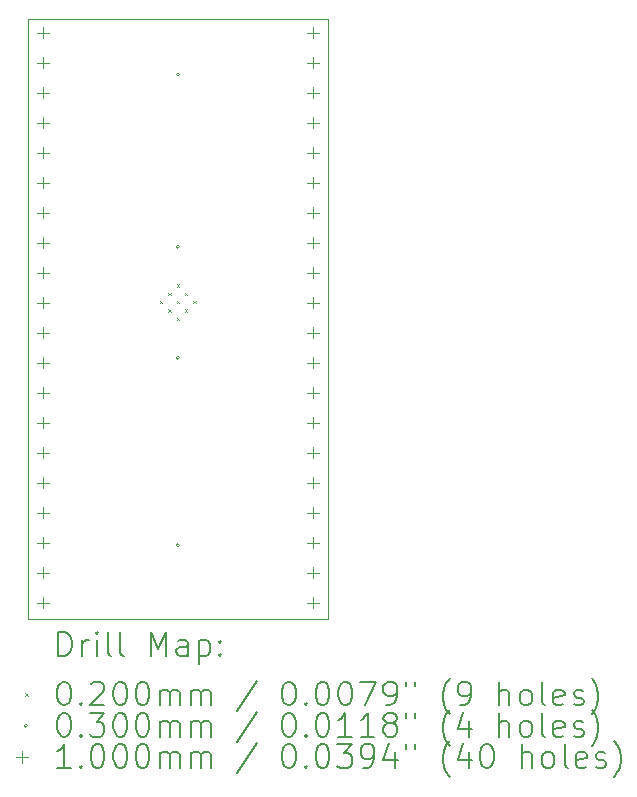
<source format=gbr>
%TF.GenerationSoftware,KiCad,Pcbnew,9.0.6*%
%TF.CreationDate,2026-01-08T15:28:11-06:00*%
%TF.ProjectId,QFN-36_6x6_P0.5,51464e2d-3336-45f3-9678-365f50302e35,rev?*%
%TF.SameCoordinates,Original*%
%TF.FileFunction,Drillmap*%
%TF.FilePolarity,Positive*%
%FSLAX45Y45*%
G04 Gerber Fmt 4.5, Leading zero omitted, Abs format (unit mm)*
G04 Created by KiCad (PCBNEW 9.0.6) date 2026-01-08 15:28:11*
%MOMM*%
%LPD*%
G01*
G04 APERTURE LIST*
%ADD10C,0.050000*%
%ADD11C,0.200000*%
%ADD12C,0.100000*%
G04 APERTURE END LIST*
D10*
X9017000Y-8900442D02*
X11557000Y-8900442D01*
X11557000Y-13980442D01*
X9017000Y-13980442D01*
X9017000Y-8900442D01*
D11*
D12*
X10135579Y-11290742D02*
X10155579Y-11310742D01*
X10155579Y-11290742D02*
X10135579Y-11310742D01*
X10206289Y-11220032D02*
X10226289Y-11240032D01*
X10226289Y-11220032D02*
X10206289Y-11240032D01*
X10206289Y-11361453D02*
X10226289Y-11381453D01*
X10226289Y-11361453D02*
X10206289Y-11381453D01*
X10277000Y-11149321D02*
X10297000Y-11169321D01*
X10297000Y-11149321D02*
X10277000Y-11169321D01*
X10277000Y-11290742D02*
X10297000Y-11310742D01*
X10297000Y-11290742D02*
X10277000Y-11310742D01*
X10277000Y-11432164D02*
X10297000Y-11452164D01*
X10297000Y-11432164D02*
X10277000Y-11452164D01*
X10347711Y-11220032D02*
X10367711Y-11240032D01*
X10367711Y-11220032D02*
X10347711Y-11240032D01*
X10347711Y-11361453D02*
X10367711Y-11381453D01*
X10367711Y-11361453D02*
X10347711Y-11381453D01*
X10418421Y-11290742D02*
X10438421Y-11310742D01*
X10438421Y-11290742D02*
X10418421Y-11310742D01*
X10302000Y-9372600D02*
G75*
G02*
X10272000Y-9372600I-15000J0D01*
G01*
X10272000Y-9372600D02*
G75*
G02*
X10302000Y-9372600I15000J0D01*
G01*
X10302000Y-10830842D02*
G75*
G02*
X10272000Y-10830842I-15000J0D01*
G01*
X10272000Y-10830842D02*
G75*
G02*
X10302000Y-10830842I15000J0D01*
G01*
X10302000Y-11770642D02*
G75*
G02*
X10272000Y-11770642I-15000J0D01*
G01*
X10272000Y-11770642D02*
G75*
G02*
X10302000Y-11770642I15000J0D01*
G01*
X10302000Y-13358142D02*
G75*
G02*
X10272000Y-13358142I-15000J0D01*
G01*
X10272000Y-13358142D02*
G75*
G02*
X10302000Y-13358142I15000J0D01*
G01*
X9144000Y-8967000D02*
X9144000Y-9067000D01*
X9094000Y-9017000D02*
X9194000Y-9017000D01*
X9144000Y-9221000D02*
X9144000Y-9321000D01*
X9094000Y-9271000D02*
X9194000Y-9271000D01*
X9144000Y-9475000D02*
X9144000Y-9575000D01*
X9094000Y-9525000D02*
X9194000Y-9525000D01*
X9144000Y-9729000D02*
X9144000Y-9829000D01*
X9094000Y-9779000D02*
X9194000Y-9779000D01*
X9144000Y-9983000D02*
X9144000Y-10083000D01*
X9094000Y-10033000D02*
X9194000Y-10033000D01*
X9144000Y-10237000D02*
X9144000Y-10337000D01*
X9094000Y-10287000D02*
X9194000Y-10287000D01*
X9144000Y-10491000D02*
X9144000Y-10591000D01*
X9094000Y-10541000D02*
X9194000Y-10541000D01*
X9144000Y-10745000D02*
X9144000Y-10845000D01*
X9094000Y-10795000D02*
X9194000Y-10795000D01*
X9144000Y-10999000D02*
X9144000Y-11099000D01*
X9094000Y-11049000D02*
X9194000Y-11049000D01*
X9144000Y-11253000D02*
X9144000Y-11353000D01*
X9094000Y-11303000D02*
X9194000Y-11303000D01*
X9144000Y-11507000D02*
X9144000Y-11607000D01*
X9094000Y-11557000D02*
X9194000Y-11557000D01*
X9144000Y-11761000D02*
X9144000Y-11861000D01*
X9094000Y-11811000D02*
X9194000Y-11811000D01*
X9144000Y-12015000D02*
X9144000Y-12115000D01*
X9094000Y-12065000D02*
X9194000Y-12065000D01*
X9144000Y-12269000D02*
X9144000Y-12369000D01*
X9094000Y-12319000D02*
X9194000Y-12319000D01*
X9144000Y-12523000D02*
X9144000Y-12623000D01*
X9094000Y-12573000D02*
X9194000Y-12573000D01*
X9144000Y-12777000D02*
X9144000Y-12877000D01*
X9094000Y-12827000D02*
X9194000Y-12827000D01*
X9144000Y-13031000D02*
X9144000Y-13131000D01*
X9094000Y-13081000D02*
X9194000Y-13081000D01*
X9144000Y-13285000D02*
X9144000Y-13385000D01*
X9094000Y-13335000D02*
X9194000Y-13335000D01*
X9144000Y-13539000D02*
X9144000Y-13639000D01*
X9094000Y-13589000D02*
X9194000Y-13589000D01*
X9144000Y-13793000D02*
X9144000Y-13893000D01*
X9094000Y-13843000D02*
X9194000Y-13843000D01*
X11430000Y-8967000D02*
X11430000Y-9067000D01*
X11380000Y-9017000D02*
X11480000Y-9017000D01*
X11430000Y-9221000D02*
X11430000Y-9321000D01*
X11380000Y-9271000D02*
X11480000Y-9271000D01*
X11430000Y-9475000D02*
X11430000Y-9575000D01*
X11380000Y-9525000D02*
X11480000Y-9525000D01*
X11430000Y-9729000D02*
X11430000Y-9829000D01*
X11380000Y-9779000D02*
X11480000Y-9779000D01*
X11430000Y-9983000D02*
X11430000Y-10083000D01*
X11380000Y-10033000D02*
X11480000Y-10033000D01*
X11430000Y-10237000D02*
X11430000Y-10337000D01*
X11380000Y-10287000D02*
X11480000Y-10287000D01*
X11430000Y-10491000D02*
X11430000Y-10591000D01*
X11380000Y-10541000D02*
X11480000Y-10541000D01*
X11430000Y-10745000D02*
X11430000Y-10845000D01*
X11380000Y-10795000D02*
X11480000Y-10795000D01*
X11430000Y-10999000D02*
X11430000Y-11099000D01*
X11380000Y-11049000D02*
X11480000Y-11049000D01*
X11430000Y-11253000D02*
X11430000Y-11353000D01*
X11380000Y-11303000D02*
X11480000Y-11303000D01*
X11430000Y-11507000D02*
X11430000Y-11607000D01*
X11380000Y-11557000D02*
X11480000Y-11557000D01*
X11430000Y-11761000D02*
X11430000Y-11861000D01*
X11380000Y-11811000D02*
X11480000Y-11811000D01*
X11430000Y-12015000D02*
X11430000Y-12115000D01*
X11380000Y-12065000D02*
X11480000Y-12065000D01*
X11430000Y-12269000D02*
X11430000Y-12369000D01*
X11380000Y-12319000D02*
X11480000Y-12319000D01*
X11430000Y-12523000D02*
X11430000Y-12623000D01*
X11380000Y-12573000D02*
X11480000Y-12573000D01*
X11430000Y-12777000D02*
X11430000Y-12877000D01*
X11380000Y-12827000D02*
X11480000Y-12827000D01*
X11430000Y-13031000D02*
X11430000Y-13131000D01*
X11380000Y-13081000D02*
X11480000Y-13081000D01*
X11430000Y-13285000D02*
X11430000Y-13385000D01*
X11380000Y-13335000D02*
X11480000Y-13335000D01*
X11430000Y-13539000D02*
X11430000Y-13639000D01*
X11380000Y-13589000D02*
X11480000Y-13589000D01*
X11430000Y-13793000D02*
X11430000Y-13893000D01*
X11380000Y-13843000D02*
X11480000Y-13843000D01*
D11*
X9275277Y-14294426D02*
X9275277Y-14094426D01*
X9275277Y-14094426D02*
X9322896Y-14094426D01*
X9322896Y-14094426D02*
X9351467Y-14103950D01*
X9351467Y-14103950D02*
X9370515Y-14122998D01*
X9370515Y-14122998D02*
X9380039Y-14142045D01*
X9380039Y-14142045D02*
X9389563Y-14180140D01*
X9389563Y-14180140D02*
X9389563Y-14208712D01*
X9389563Y-14208712D02*
X9380039Y-14246807D01*
X9380039Y-14246807D02*
X9370515Y-14265855D01*
X9370515Y-14265855D02*
X9351467Y-14284902D01*
X9351467Y-14284902D02*
X9322896Y-14294426D01*
X9322896Y-14294426D02*
X9275277Y-14294426D01*
X9475277Y-14294426D02*
X9475277Y-14161093D01*
X9475277Y-14199188D02*
X9484801Y-14180140D01*
X9484801Y-14180140D02*
X9494324Y-14170617D01*
X9494324Y-14170617D02*
X9513372Y-14161093D01*
X9513372Y-14161093D02*
X9532420Y-14161093D01*
X9599086Y-14294426D02*
X9599086Y-14161093D01*
X9599086Y-14094426D02*
X9589563Y-14103950D01*
X9589563Y-14103950D02*
X9599086Y-14113474D01*
X9599086Y-14113474D02*
X9608610Y-14103950D01*
X9608610Y-14103950D02*
X9599086Y-14094426D01*
X9599086Y-14094426D02*
X9599086Y-14113474D01*
X9722896Y-14294426D02*
X9703848Y-14284902D01*
X9703848Y-14284902D02*
X9694324Y-14265855D01*
X9694324Y-14265855D02*
X9694324Y-14094426D01*
X9827658Y-14294426D02*
X9808610Y-14284902D01*
X9808610Y-14284902D02*
X9799086Y-14265855D01*
X9799086Y-14265855D02*
X9799086Y-14094426D01*
X10056229Y-14294426D02*
X10056229Y-14094426D01*
X10056229Y-14094426D02*
X10122896Y-14237283D01*
X10122896Y-14237283D02*
X10189563Y-14094426D01*
X10189563Y-14094426D02*
X10189563Y-14294426D01*
X10370515Y-14294426D02*
X10370515Y-14189664D01*
X10370515Y-14189664D02*
X10360991Y-14170617D01*
X10360991Y-14170617D02*
X10341944Y-14161093D01*
X10341944Y-14161093D02*
X10303848Y-14161093D01*
X10303848Y-14161093D02*
X10284801Y-14170617D01*
X10370515Y-14284902D02*
X10351467Y-14294426D01*
X10351467Y-14294426D02*
X10303848Y-14294426D01*
X10303848Y-14294426D02*
X10284801Y-14284902D01*
X10284801Y-14284902D02*
X10275277Y-14265855D01*
X10275277Y-14265855D02*
X10275277Y-14246807D01*
X10275277Y-14246807D02*
X10284801Y-14227759D01*
X10284801Y-14227759D02*
X10303848Y-14218236D01*
X10303848Y-14218236D02*
X10351467Y-14218236D01*
X10351467Y-14218236D02*
X10370515Y-14208712D01*
X10465753Y-14161093D02*
X10465753Y-14361093D01*
X10465753Y-14170617D02*
X10484801Y-14161093D01*
X10484801Y-14161093D02*
X10522896Y-14161093D01*
X10522896Y-14161093D02*
X10541944Y-14170617D01*
X10541944Y-14170617D02*
X10551467Y-14180140D01*
X10551467Y-14180140D02*
X10560991Y-14199188D01*
X10560991Y-14199188D02*
X10560991Y-14256331D01*
X10560991Y-14256331D02*
X10551467Y-14275378D01*
X10551467Y-14275378D02*
X10541944Y-14284902D01*
X10541944Y-14284902D02*
X10522896Y-14294426D01*
X10522896Y-14294426D02*
X10484801Y-14294426D01*
X10484801Y-14294426D02*
X10465753Y-14284902D01*
X10646705Y-14275378D02*
X10656229Y-14284902D01*
X10656229Y-14284902D02*
X10646705Y-14294426D01*
X10646705Y-14294426D02*
X10637182Y-14284902D01*
X10637182Y-14284902D02*
X10646705Y-14275378D01*
X10646705Y-14275378D02*
X10646705Y-14294426D01*
X10646705Y-14170617D02*
X10656229Y-14180140D01*
X10656229Y-14180140D02*
X10646705Y-14189664D01*
X10646705Y-14189664D02*
X10637182Y-14180140D01*
X10637182Y-14180140D02*
X10646705Y-14170617D01*
X10646705Y-14170617D02*
X10646705Y-14189664D01*
D12*
X8994500Y-14612942D02*
X9014500Y-14632942D01*
X9014500Y-14612942D02*
X8994500Y-14632942D01*
D11*
X9313372Y-14514426D02*
X9332420Y-14514426D01*
X9332420Y-14514426D02*
X9351467Y-14523950D01*
X9351467Y-14523950D02*
X9360991Y-14533474D01*
X9360991Y-14533474D02*
X9370515Y-14552521D01*
X9370515Y-14552521D02*
X9380039Y-14590617D01*
X9380039Y-14590617D02*
X9380039Y-14638236D01*
X9380039Y-14638236D02*
X9370515Y-14676331D01*
X9370515Y-14676331D02*
X9360991Y-14695378D01*
X9360991Y-14695378D02*
X9351467Y-14704902D01*
X9351467Y-14704902D02*
X9332420Y-14714426D01*
X9332420Y-14714426D02*
X9313372Y-14714426D01*
X9313372Y-14714426D02*
X9294324Y-14704902D01*
X9294324Y-14704902D02*
X9284801Y-14695378D01*
X9284801Y-14695378D02*
X9275277Y-14676331D01*
X9275277Y-14676331D02*
X9265753Y-14638236D01*
X9265753Y-14638236D02*
X9265753Y-14590617D01*
X9265753Y-14590617D02*
X9275277Y-14552521D01*
X9275277Y-14552521D02*
X9284801Y-14533474D01*
X9284801Y-14533474D02*
X9294324Y-14523950D01*
X9294324Y-14523950D02*
X9313372Y-14514426D01*
X9465753Y-14695378D02*
X9475277Y-14704902D01*
X9475277Y-14704902D02*
X9465753Y-14714426D01*
X9465753Y-14714426D02*
X9456229Y-14704902D01*
X9456229Y-14704902D02*
X9465753Y-14695378D01*
X9465753Y-14695378D02*
X9465753Y-14714426D01*
X9551467Y-14533474D02*
X9560991Y-14523950D01*
X9560991Y-14523950D02*
X9580039Y-14514426D01*
X9580039Y-14514426D02*
X9627658Y-14514426D01*
X9627658Y-14514426D02*
X9646705Y-14523950D01*
X9646705Y-14523950D02*
X9656229Y-14533474D01*
X9656229Y-14533474D02*
X9665753Y-14552521D01*
X9665753Y-14552521D02*
X9665753Y-14571569D01*
X9665753Y-14571569D02*
X9656229Y-14600140D01*
X9656229Y-14600140D02*
X9541944Y-14714426D01*
X9541944Y-14714426D02*
X9665753Y-14714426D01*
X9789563Y-14514426D02*
X9808610Y-14514426D01*
X9808610Y-14514426D02*
X9827658Y-14523950D01*
X9827658Y-14523950D02*
X9837182Y-14533474D01*
X9837182Y-14533474D02*
X9846705Y-14552521D01*
X9846705Y-14552521D02*
X9856229Y-14590617D01*
X9856229Y-14590617D02*
X9856229Y-14638236D01*
X9856229Y-14638236D02*
X9846705Y-14676331D01*
X9846705Y-14676331D02*
X9837182Y-14695378D01*
X9837182Y-14695378D02*
X9827658Y-14704902D01*
X9827658Y-14704902D02*
X9808610Y-14714426D01*
X9808610Y-14714426D02*
X9789563Y-14714426D01*
X9789563Y-14714426D02*
X9770515Y-14704902D01*
X9770515Y-14704902D02*
X9760991Y-14695378D01*
X9760991Y-14695378D02*
X9751467Y-14676331D01*
X9751467Y-14676331D02*
X9741944Y-14638236D01*
X9741944Y-14638236D02*
X9741944Y-14590617D01*
X9741944Y-14590617D02*
X9751467Y-14552521D01*
X9751467Y-14552521D02*
X9760991Y-14533474D01*
X9760991Y-14533474D02*
X9770515Y-14523950D01*
X9770515Y-14523950D02*
X9789563Y-14514426D01*
X9980039Y-14514426D02*
X9999086Y-14514426D01*
X9999086Y-14514426D02*
X10018134Y-14523950D01*
X10018134Y-14523950D02*
X10027658Y-14533474D01*
X10027658Y-14533474D02*
X10037182Y-14552521D01*
X10037182Y-14552521D02*
X10046705Y-14590617D01*
X10046705Y-14590617D02*
X10046705Y-14638236D01*
X10046705Y-14638236D02*
X10037182Y-14676331D01*
X10037182Y-14676331D02*
X10027658Y-14695378D01*
X10027658Y-14695378D02*
X10018134Y-14704902D01*
X10018134Y-14704902D02*
X9999086Y-14714426D01*
X9999086Y-14714426D02*
X9980039Y-14714426D01*
X9980039Y-14714426D02*
X9960991Y-14704902D01*
X9960991Y-14704902D02*
X9951467Y-14695378D01*
X9951467Y-14695378D02*
X9941944Y-14676331D01*
X9941944Y-14676331D02*
X9932420Y-14638236D01*
X9932420Y-14638236D02*
X9932420Y-14590617D01*
X9932420Y-14590617D02*
X9941944Y-14552521D01*
X9941944Y-14552521D02*
X9951467Y-14533474D01*
X9951467Y-14533474D02*
X9960991Y-14523950D01*
X9960991Y-14523950D02*
X9980039Y-14514426D01*
X10132420Y-14714426D02*
X10132420Y-14581093D01*
X10132420Y-14600140D02*
X10141944Y-14590617D01*
X10141944Y-14590617D02*
X10160991Y-14581093D01*
X10160991Y-14581093D02*
X10189563Y-14581093D01*
X10189563Y-14581093D02*
X10208610Y-14590617D01*
X10208610Y-14590617D02*
X10218134Y-14609664D01*
X10218134Y-14609664D02*
X10218134Y-14714426D01*
X10218134Y-14609664D02*
X10227658Y-14590617D01*
X10227658Y-14590617D02*
X10246705Y-14581093D01*
X10246705Y-14581093D02*
X10275277Y-14581093D01*
X10275277Y-14581093D02*
X10294325Y-14590617D01*
X10294325Y-14590617D02*
X10303848Y-14609664D01*
X10303848Y-14609664D02*
X10303848Y-14714426D01*
X10399086Y-14714426D02*
X10399086Y-14581093D01*
X10399086Y-14600140D02*
X10408610Y-14590617D01*
X10408610Y-14590617D02*
X10427658Y-14581093D01*
X10427658Y-14581093D02*
X10456229Y-14581093D01*
X10456229Y-14581093D02*
X10475277Y-14590617D01*
X10475277Y-14590617D02*
X10484801Y-14609664D01*
X10484801Y-14609664D02*
X10484801Y-14714426D01*
X10484801Y-14609664D02*
X10494325Y-14590617D01*
X10494325Y-14590617D02*
X10513372Y-14581093D01*
X10513372Y-14581093D02*
X10541944Y-14581093D01*
X10541944Y-14581093D02*
X10560991Y-14590617D01*
X10560991Y-14590617D02*
X10570515Y-14609664D01*
X10570515Y-14609664D02*
X10570515Y-14714426D01*
X10960991Y-14504902D02*
X10789563Y-14762045D01*
X11218134Y-14514426D02*
X11237182Y-14514426D01*
X11237182Y-14514426D02*
X11256229Y-14523950D01*
X11256229Y-14523950D02*
X11265753Y-14533474D01*
X11265753Y-14533474D02*
X11275277Y-14552521D01*
X11275277Y-14552521D02*
X11284801Y-14590617D01*
X11284801Y-14590617D02*
X11284801Y-14638236D01*
X11284801Y-14638236D02*
X11275277Y-14676331D01*
X11275277Y-14676331D02*
X11265753Y-14695378D01*
X11265753Y-14695378D02*
X11256229Y-14704902D01*
X11256229Y-14704902D02*
X11237182Y-14714426D01*
X11237182Y-14714426D02*
X11218134Y-14714426D01*
X11218134Y-14714426D02*
X11199086Y-14704902D01*
X11199086Y-14704902D02*
X11189563Y-14695378D01*
X11189563Y-14695378D02*
X11180039Y-14676331D01*
X11180039Y-14676331D02*
X11170515Y-14638236D01*
X11170515Y-14638236D02*
X11170515Y-14590617D01*
X11170515Y-14590617D02*
X11180039Y-14552521D01*
X11180039Y-14552521D02*
X11189563Y-14533474D01*
X11189563Y-14533474D02*
X11199086Y-14523950D01*
X11199086Y-14523950D02*
X11218134Y-14514426D01*
X11370515Y-14695378D02*
X11380039Y-14704902D01*
X11380039Y-14704902D02*
X11370515Y-14714426D01*
X11370515Y-14714426D02*
X11360991Y-14704902D01*
X11360991Y-14704902D02*
X11370515Y-14695378D01*
X11370515Y-14695378D02*
X11370515Y-14714426D01*
X11503848Y-14514426D02*
X11522896Y-14514426D01*
X11522896Y-14514426D02*
X11541944Y-14523950D01*
X11541944Y-14523950D02*
X11551467Y-14533474D01*
X11551467Y-14533474D02*
X11560991Y-14552521D01*
X11560991Y-14552521D02*
X11570515Y-14590617D01*
X11570515Y-14590617D02*
X11570515Y-14638236D01*
X11570515Y-14638236D02*
X11560991Y-14676331D01*
X11560991Y-14676331D02*
X11551467Y-14695378D01*
X11551467Y-14695378D02*
X11541944Y-14704902D01*
X11541944Y-14704902D02*
X11522896Y-14714426D01*
X11522896Y-14714426D02*
X11503848Y-14714426D01*
X11503848Y-14714426D02*
X11484801Y-14704902D01*
X11484801Y-14704902D02*
X11475277Y-14695378D01*
X11475277Y-14695378D02*
X11465753Y-14676331D01*
X11465753Y-14676331D02*
X11456229Y-14638236D01*
X11456229Y-14638236D02*
X11456229Y-14590617D01*
X11456229Y-14590617D02*
X11465753Y-14552521D01*
X11465753Y-14552521D02*
X11475277Y-14533474D01*
X11475277Y-14533474D02*
X11484801Y-14523950D01*
X11484801Y-14523950D02*
X11503848Y-14514426D01*
X11694325Y-14514426D02*
X11713372Y-14514426D01*
X11713372Y-14514426D02*
X11732420Y-14523950D01*
X11732420Y-14523950D02*
X11741944Y-14533474D01*
X11741944Y-14533474D02*
X11751467Y-14552521D01*
X11751467Y-14552521D02*
X11760991Y-14590617D01*
X11760991Y-14590617D02*
X11760991Y-14638236D01*
X11760991Y-14638236D02*
X11751467Y-14676331D01*
X11751467Y-14676331D02*
X11741944Y-14695378D01*
X11741944Y-14695378D02*
X11732420Y-14704902D01*
X11732420Y-14704902D02*
X11713372Y-14714426D01*
X11713372Y-14714426D02*
X11694325Y-14714426D01*
X11694325Y-14714426D02*
X11675277Y-14704902D01*
X11675277Y-14704902D02*
X11665753Y-14695378D01*
X11665753Y-14695378D02*
X11656229Y-14676331D01*
X11656229Y-14676331D02*
X11646706Y-14638236D01*
X11646706Y-14638236D02*
X11646706Y-14590617D01*
X11646706Y-14590617D02*
X11656229Y-14552521D01*
X11656229Y-14552521D02*
X11665753Y-14533474D01*
X11665753Y-14533474D02*
X11675277Y-14523950D01*
X11675277Y-14523950D02*
X11694325Y-14514426D01*
X11827658Y-14514426D02*
X11960991Y-14514426D01*
X11960991Y-14514426D02*
X11875277Y-14714426D01*
X12046706Y-14714426D02*
X12084801Y-14714426D01*
X12084801Y-14714426D02*
X12103848Y-14704902D01*
X12103848Y-14704902D02*
X12113372Y-14695378D01*
X12113372Y-14695378D02*
X12132420Y-14666807D01*
X12132420Y-14666807D02*
X12141944Y-14628712D01*
X12141944Y-14628712D02*
X12141944Y-14552521D01*
X12141944Y-14552521D02*
X12132420Y-14533474D01*
X12132420Y-14533474D02*
X12122896Y-14523950D01*
X12122896Y-14523950D02*
X12103848Y-14514426D01*
X12103848Y-14514426D02*
X12065753Y-14514426D01*
X12065753Y-14514426D02*
X12046706Y-14523950D01*
X12046706Y-14523950D02*
X12037182Y-14533474D01*
X12037182Y-14533474D02*
X12027658Y-14552521D01*
X12027658Y-14552521D02*
X12027658Y-14600140D01*
X12027658Y-14600140D02*
X12037182Y-14619188D01*
X12037182Y-14619188D02*
X12046706Y-14628712D01*
X12046706Y-14628712D02*
X12065753Y-14638236D01*
X12065753Y-14638236D02*
X12103848Y-14638236D01*
X12103848Y-14638236D02*
X12122896Y-14628712D01*
X12122896Y-14628712D02*
X12132420Y-14619188D01*
X12132420Y-14619188D02*
X12141944Y-14600140D01*
X12218134Y-14514426D02*
X12218134Y-14552521D01*
X12294325Y-14514426D02*
X12294325Y-14552521D01*
X12589563Y-14790617D02*
X12580039Y-14781093D01*
X12580039Y-14781093D02*
X12560991Y-14752521D01*
X12560991Y-14752521D02*
X12551468Y-14733474D01*
X12551468Y-14733474D02*
X12541944Y-14704902D01*
X12541944Y-14704902D02*
X12532420Y-14657283D01*
X12532420Y-14657283D02*
X12532420Y-14619188D01*
X12532420Y-14619188D02*
X12541944Y-14571569D01*
X12541944Y-14571569D02*
X12551468Y-14542998D01*
X12551468Y-14542998D02*
X12560991Y-14523950D01*
X12560991Y-14523950D02*
X12580039Y-14495378D01*
X12580039Y-14495378D02*
X12589563Y-14485855D01*
X12675277Y-14714426D02*
X12713372Y-14714426D01*
X12713372Y-14714426D02*
X12732420Y-14704902D01*
X12732420Y-14704902D02*
X12741944Y-14695378D01*
X12741944Y-14695378D02*
X12760991Y-14666807D01*
X12760991Y-14666807D02*
X12770515Y-14628712D01*
X12770515Y-14628712D02*
X12770515Y-14552521D01*
X12770515Y-14552521D02*
X12760991Y-14533474D01*
X12760991Y-14533474D02*
X12751468Y-14523950D01*
X12751468Y-14523950D02*
X12732420Y-14514426D01*
X12732420Y-14514426D02*
X12694325Y-14514426D01*
X12694325Y-14514426D02*
X12675277Y-14523950D01*
X12675277Y-14523950D02*
X12665753Y-14533474D01*
X12665753Y-14533474D02*
X12656229Y-14552521D01*
X12656229Y-14552521D02*
X12656229Y-14600140D01*
X12656229Y-14600140D02*
X12665753Y-14619188D01*
X12665753Y-14619188D02*
X12675277Y-14628712D01*
X12675277Y-14628712D02*
X12694325Y-14638236D01*
X12694325Y-14638236D02*
X12732420Y-14638236D01*
X12732420Y-14638236D02*
X12751468Y-14628712D01*
X12751468Y-14628712D02*
X12760991Y-14619188D01*
X12760991Y-14619188D02*
X12770515Y-14600140D01*
X13008610Y-14714426D02*
X13008610Y-14514426D01*
X13094325Y-14714426D02*
X13094325Y-14609664D01*
X13094325Y-14609664D02*
X13084801Y-14590617D01*
X13084801Y-14590617D02*
X13065753Y-14581093D01*
X13065753Y-14581093D02*
X13037182Y-14581093D01*
X13037182Y-14581093D02*
X13018134Y-14590617D01*
X13018134Y-14590617D02*
X13008610Y-14600140D01*
X13218134Y-14714426D02*
X13199087Y-14704902D01*
X13199087Y-14704902D02*
X13189563Y-14695378D01*
X13189563Y-14695378D02*
X13180039Y-14676331D01*
X13180039Y-14676331D02*
X13180039Y-14619188D01*
X13180039Y-14619188D02*
X13189563Y-14600140D01*
X13189563Y-14600140D02*
X13199087Y-14590617D01*
X13199087Y-14590617D02*
X13218134Y-14581093D01*
X13218134Y-14581093D02*
X13246706Y-14581093D01*
X13246706Y-14581093D02*
X13265753Y-14590617D01*
X13265753Y-14590617D02*
X13275277Y-14600140D01*
X13275277Y-14600140D02*
X13284801Y-14619188D01*
X13284801Y-14619188D02*
X13284801Y-14676331D01*
X13284801Y-14676331D02*
X13275277Y-14695378D01*
X13275277Y-14695378D02*
X13265753Y-14704902D01*
X13265753Y-14704902D02*
X13246706Y-14714426D01*
X13246706Y-14714426D02*
X13218134Y-14714426D01*
X13399087Y-14714426D02*
X13380039Y-14704902D01*
X13380039Y-14704902D02*
X13370515Y-14685855D01*
X13370515Y-14685855D02*
X13370515Y-14514426D01*
X13551468Y-14704902D02*
X13532420Y-14714426D01*
X13532420Y-14714426D02*
X13494325Y-14714426D01*
X13494325Y-14714426D02*
X13475277Y-14704902D01*
X13475277Y-14704902D02*
X13465753Y-14685855D01*
X13465753Y-14685855D02*
X13465753Y-14609664D01*
X13465753Y-14609664D02*
X13475277Y-14590617D01*
X13475277Y-14590617D02*
X13494325Y-14581093D01*
X13494325Y-14581093D02*
X13532420Y-14581093D01*
X13532420Y-14581093D02*
X13551468Y-14590617D01*
X13551468Y-14590617D02*
X13560991Y-14609664D01*
X13560991Y-14609664D02*
X13560991Y-14628712D01*
X13560991Y-14628712D02*
X13465753Y-14647759D01*
X13637182Y-14704902D02*
X13656230Y-14714426D01*
X13656230Y-14714426D02*
X13694325Y-14714426D01*
X13694325Y-14714426D02*
X13713372Y-14704902D01*
X13713372Y-14704902D02*
X13722896Y-14685855D01*
X13722896Y-14685855D02*
X13722896Y-14676331D01*
X13722896Y-14676331D02*
X13713372Y-14657283D01*
X13713372Y-14657283D02*
X13694325Y-14647759D01*
X13694325Y-14647759D02*
X13665753Y-14647759D01*
X13665753Y-14647759D02*
X13646706Y-14638236D01*
X13646706Y-14638236D02*
X13637182Y-14619188D01*
X13637182Y-14619188D02*
X13637182Y-14609664D01*
X13637182Y-14609664D02*
X13646706Y-14590617D01*
X13646706Y-14590617D02*
X13665753Y-14581093D01*
X13665753Y-14581093D02*
X13694325Y-14581093D01*
X13694325Y-14581093D02*
X13713372Y-14590617D01*
X13789563Y-14790617D02*
X13799087Y-14781093D01*
X13799087Y-14781093D02*
X13818134Y-14752521D01*
X13818134Y-14752521D02*
X13827658Y-14733474D01*
X13827658Y-14733474D02*
X13837182Y-14704902D01*
X13837182Y-14704902D02*
X13846706Y-14657283D01*
X13846706Y-14657283D02*
X13846706Y-14619188D01*
X13846706Y-14619188D02*
X13837182Y-14571569D01*
X13837182Y-14571569D02*
X13827658Y-14542998D01*
X13827658Y-14542998D02*
X13818134Y-14523950D01*
X13818134Y-14523950D02*
X13799087Y-14495378D01*
X13799087Y-14495378D02*
X13789563Y-14485855D01*
D12*
X9014500Y-14886942D02*
G75*
G02*
X8984500Y-14886942I-15000J0D01*
G01*
X8984500Y-14886942D02*
G75*
G02*
X9014500Y-14886942I15000J0D01*
G01*
D11*
X9313372Y-14778426D02*
X9332420Y-14778426D01*
X9332420Y-14778426D02*
X9351467Y-14787950D01*
X9351467Y-14787950D02*
X9360991Y-14797474D01*
X9360991Y-14797474D02*
X9370515Y-14816521D01*
X9370515Y-14816521D02*
X9380039Y-14854617D01*
X9380039Y-14854617D02*
X9380039Y-14902236D01*
X9380039Y-14902236D02*
X9370515Y-14940331D01*
X9370515Y-14940331D02*
X9360991Y-14959378D01*
X9360991Y-14959378D02*
X9351467Y-14968902D01*
X9351467Y-14968902D02*
X9332420Y-14978426D01*
X9332420Y-14978426D02*
X9313372Y-14978426D01*
X9313372Y-14978426D02*
X9294324Y-14968902D01*
X9294324Y-14968902D02*
X9284801Y-14959378D01*
X9284801Y-14959378D02*
X9275277Y-14940331D01*
X9275277Y-14940331D02*
X9265753Y-14902236D01*
X9265753Y-14902236D02*
X9265753Y-14854617D01*
X9265753Y-14854617D02*
X9275277Y-14816521D01*
X9275277Y-14816521D02*
X9284801Y-14797474D01*
X9284801Y-14797474D02*
X9294324Y-14787950D01*
X9294324Y-14787950D02*
X9313372Y-14778426D01*
X9465753Y-14959378D02*
X9475277Y-14968902D01*
X9475277Y-14968902D02*
X9465753Y-14978426D01*
X9465753Y-14978426D02*
X9456229Y-14968902D01*
X9456229Y-14968902D02*
X9465753Y-14959378D01*
X9465753Y-14959378D02*
X9465753Y-14978426D01*
X9541944Y-14778426D02*
X9665753Y-14778426D01*
X9665753Y-14778426D02*
X9599086Y-14854617D01*
X9599086Y-14854617D02*
X9627658Y-14854617D01*
X9627658Y-14854617D02*
X9646705Y-14864140D01*
X9646705Y-14864140D02*
X9656229Y-14873664D01*
X9656229Y-14873664D02*
X9665753Y-14892712D01*
X9665753Y-14892712D02*
X9665753Y-14940331D01*
X9665753Y-14940331D02*
X9656229Y-14959378D01*
X9656229Y-14959378D02*
X9646705Y-14968902D01*
X9646705Y-14968902D02*
X9627658Y-14978426D01*
X9627658Y-14978426D02*
X9570515Y-14978426D01*
X9570515Y-14978426D02*
X9551467Y-14968902D01*
X9551467Y-14968902D02*
X9541944Y-14959378D01*
X9789563Y-14778426D02*
X9808610Y-14778426D01*
X9808610Y-14778426D02*
X9827658Y-14787950D01*
X9827658Y-14787950D02*
X9837182Y-14797474D01*
X9837182Y-14797474D02*
X9846705Y-14816521D01*
X9846705Y-14816521D02*
X9856229Y-14854617D01*
X9856229Y-14854617D02*
X9856229Y-14902236D01*
X9856229Y-14902236D02*
X9846705Y-14940331D01*
X9846705Y-14940331D02*
X9837182Y-14959378D01*
X9837182Y-14959378D02*
X9827658Y-14968902D01*
X9827658Y-14968902D02*
X9808610Y-14978426D01*
X9808610Y-14978426D02*
X9789563Y-14978426D01*
X9789563Y-14978426D02*
X9770515Y-14968902D01*
X9770515Y-14968902D02*
X9760991Y-14959378D01*
X9760991Y-14959378D02*
X9751467Y-14940331D01*
X9751467Y-14940331D02*
X9741944Y-14902236D01*
X9741944Y-14902236D02*
X9741944Y-14854617D01*
X9741944Y-14854617D02*
X9751467Y-14816521D01*
X9751467Y-14816521D02*
X9760991Y-14797474D01*
X9760991Y-14797474D02*
X9770515Y-14787950D01*
X9770515Y-14787950D02*
X9789563Y-14778426D01*
X9980039Y-14778426D02*
X9999086Y-14778426D01*
X9999086Y-14778426D02*
X10018134Y-14787950D01*
X10018134Y-14787950D02*
X10027658Y-14797474D01*
X10027658Y-14797474D02*
X10037182Y-14816521D01*
X10037182Y-14816521D02*
X10046705Y-14854617D01*
X10046705Y-14854617D02*
X10046705Y-14902236D01*
X10046705Y-14902236D02*
X10037182Y-14940331D01*
X10037182Y-14940331D02*
X10027658Y-14959378D01*
X10027658Y-14959378D02*
X10018134Y-14968902D01*
X10018134Y-14968902D02*
X9999086Y-14978426D01*
X9999086Y-14978426D02*
X9980039Y-14978426D01*
X9980039Y-14978426D02*
X9960991Y-14968902D01*
X9960991Y-14968902D02*
X9951467Y-14959378D01*
X9951467Y-14959378D02*
X9941944Y-14940331D01*
X9941944Y-14940331D02*
X9932420Y-14902236D01*
X9932420Y-14902236D02*
X9932420Y-14854617D01*
X9932420Y-14854617D02*
X9941944Y-14816521D01*
X9941944Y-14816521D02*
X9951467Y-14797474D01*
X9951467Y-14797474D02*
X9960991Y-14787950D01*
X9960991Y-14787950D02*
X9980039Y-14778426D01*
X10132420Y-14978426D02*
X10132420Y-14845093D01*
X10132420Y-14864140D02*
X10141944Y-14854617D01*
X10141944Y-14854617D02*
X10160991Y-14845093D01*
X10160991Y-14845093D02*
X10189563Y-14845093D01*
X10189563Y-14845093D02*
X10208610Y-14854617D01*
X10208610Y-14854617D02*
X10218134Y-14873664D01*
X10218134Y-14873664D02*
X10218134Y-14978426D01*
X10218134Y-14873664D02*
X10227658Y-14854617D01*
X10227658Y-14854617D02*
X10246705Y-14845093D01*
X10246705Y-14845093D02*
X10275277Y-14845093D01*
X10275277Y-14845093D02*
X10294325Y-14854617D01*
X10294325Y-14854617D02*
X10303848Y-14873664D01*
X10303848Y-14873664D02*
X10303848Y-14978426D01*
X10399086Y-14978426D02*
X10399086Y-14845093D01*
X10399086Y-14864140D02*
X10408610Y-14854617D01*
X10408610Y-14854617D02*
X10427658Y-14845093D01*
X10427658Y-14845093D02*
X10456229Y-14845093D01*
X10456229Y-14845093D02*
X10475277Y-14854617D01*
X10475277Y-14854617D02*
X10484801Y-14873664D01*
X10484801Y-14873664D02*
X10484801Y-14978426D01*
X10484801Y-14873664D02*
X10494325Y-14854617D01*
X10494325Y-14854617D02*
X10513372Y-14845093D01*
X10513372Y-14845093D02*
X10541944Y-14845093D01*
X10541944Y-14845093D02*
X10560991Y-14854617D01*
X10560991Y-14854617D02*
X10570515Y-14873664D01*
X10570515Y-14873664D02*
X10570515Y-14978426D01*
X10960991Y-14768902D02*
X10789563Y-15026045D01*
X11218134Y-14778426D02*
X11237182Y-14778426D01*
X11237182Y-14778426D02*
X11256229Y-14787950D01*
X11256229Y-14787950D02*
X11265753Y-14797474D01*
X11265753Y-14797474D02*
X11275277Y-14816521D01*
X11275277Y-14816521D02*
X11284801Y-14854617D01*
X11284801Y-14854617D02*
X11284801Y-14902236D01*
X11284801Y-14902236D02*
X11275277Y-14940331D01*
X11275277Y-14940331D02*
X11265753Y-14959378D01*
X11265753Y-14959378D02*
X11256229Y-14968902D01*
X11256229Y-14968902D02*
X11237182Y-14978426D01*
X11237182Y-14978426D02*
X11218134Y-14978426D01*
X11218134Y-14978426D02*
X11199086Y-14968902D01*
X11199086Y-14968902D02*
X11189563Y-14959378D01*
X11189563Y-14959378D02*
X11180039Y-14940331D01*
X11180039Y-14940331D02*
X11170515Y-14902236D01*
X11170515Y-14902236D02*
X11170515Y-14854617D01*
X11170515Y-14854617D02*
X11180039Y-14816521D01*
X11180039Y-14816521D02*
X11189563Y-14797474D01*
X11189563Y-14797474D02*
X11199086Y-14787950D01*
X11199086Y-14787950D02*
X11218134Y-14778426D01*
X11370515Y-14959378D02*
X11380039Y-14968902D01*
X11380039Y-14968902D02*
X11370515Y-14978426D01*
X11370515Y-14978426D02*
X11360991Y-14968902D01*
X11360991Y-14968902D02*
X11370515Y-14959378D01*
X11370515Y-14959378D02*
X11370515Y-14978426D01*
X11503848Y-14778426D02*
X11522896Y-14778426D01*
X11522896Y-14778426D02*
X11541944Y-14787950D01*
X11541944Y-14787950D02*
X11551467Y-14797474D01*
X11551467Y-14797474D02*
X11560991Y-14816521D01*
X11560991Y-14816521D02*
X11570515Y-14854617D01*
X11570515Y-14854617D02*
X11570515Y-14902236D01*
X11570515Y-14902236D02*
X11560991Y-14940331D01*
X11560991Y-14940331D02*
X11551467Y-14959378D01*
X11551467Y-14959378D02*
X11541944Y-14968902D01*
X11541944Y-14968902D02*
X11522896Y-14978426D01*
X11522896Y-14978426D02*
X11503848Y-14978426D01*
X11503848Y-14978426D02*
X11484801Y-14968902D01*
X11484801Y-14968902D02*
X11475277Y-14959378D01*
X11475277Y-14959378D02*
X11465753Y-14940331D01*
X11465753Y-14940331D02*
X11456229Y-14902236D01*
X11456229Y-14902236D02*
X11456229Y-14854617D01*
X11456229Y-14854617D02*
X11465753Y-14816521D01*
X11465753Y-14816521D02*
X11475277Y-14797474D01*
X11475277Y-14797474D02*
X11484801Y-14787950D01*
X11484801Y-14787950D02*
X11503848Y-14778426D01*
X11760991Y-14978426D02*
X11646706Y-14978426D01*
X11703848Y-14978426D02*
X11703848Y-14778426D01*
X11703848Y-14778426D02*
X11684801Y-14806998D01*
X11684801Y-14806998D02*
X11665753Y-14826045D01*
X11665753Y-14826045D02*
X11646706Y-14835569D01*
X11951467Y-14978426D02*
X11837182Y-14978426D01*
X11894325Y-14978426D02*
X11894325Y-14778426D01*
X11894325Y-14778426D02*
X11875277Y-14806998D01*
X11875277Y-14806998D02*
X11856229Y-14826045D01*
X11856229Y-14826045D02*
X11837182Y-14835569D01*
X12065753Y-14864140D02*
X12046706Y-14854617D01*
X12046706Y-14854617D02*
X12037182Y-14845093D01*
X12037182Y-14845093D02*
X12027658Y-14826045D01*
X12027658Y-14826045D02*
X12027658Y-14816521D01*
X12027658Y-14816521D02*
X12037182Y-14797474D01*
X12037182Y-14797474D02*
X12046706Y-14787950D01*
X12046706Y-14787950D02*
X12065753Y-14778426D01*
X12065753Y-14778426D02*
X12103848Y-14778426D01*
X12103848Y-14778426D02*
X12122896Y-14787950D01*
X12122896Y-14787950D02*
X12132420Y-14797474D01*
X12132420Y-14797474D02*
X12141944Y-14816521D01*
X12141944Y-14816521D02*
X12141944Y-14826045D01*
X12141944Y-14826045D02*
X12132420Y-14845093D01*
X12132420Y-14845093D02*
X12122896Y-14854617D01*
X12122896Y-14854617D02*
X12103848Y-14864140D01*
X12103848Y-14864140D02*
X12065753Y-14864140D01*
X12065753Y-14864140D02*
X12046706Y-14873664D01*
X12046706Y-14873664D02*
X12037182Y-14883188D01*
X12037182Y-14883188D02*
X12027658Y-14902236D01*
X12027658Y-14902236D02*
X12027658Y-14940331D01*
X12027658Y-14940331D02*
X12037182Y-14959378D01*
X12037182Y-14959378D02*
X12046706Y-14968902D01*
X12046706Y-14968902D02*
X12065753Y-14978426D01*
X12065753Y-14978426D02*
X12103848Y-14978426D01*
X12103848Y-14978426D02*
X12122896Y-14968902D01*
X12122896Y-14968902D02*
X12132420Y-14959378D01*
X12132420Y-14959378D02*
X12141944Y-14940331D01*
X12141944Y-14940331D02*
X12141944Y-14902236D01*
X12141944Y-14902236D02*
X12132420Y-14883188D01*
X12132420Y-14883188D02*
X12122896Y-14873664D01*
X12122896Y-14873664D02*
X12103848Y-14864140D01*
X12218134Y-14778426D02*
X12218134Y-14816521D01*
X12294325Y-14778426D02*
X12294325Y-14816521D01*
X12589563Y-15054617D02*
X12580039Y-15045093D01*
X12580039Y-15045093D02*
X12560991Y-15016521D01*
X12560991Y-15016521D02*
X12551468Y-14997474D01*
X12551468Y-14997474D02*
X12541944Y-14968902D01*
X12541944Y-14968902D02*
X12532420Y-14921283D01*
X12532420Y-14921283D02*
X12532420Y-14883188D01*
X12532420Y-14883188D02*
X12541944Y-14835569D01*
X12541944Y-14835569D02*
X12551468Y-14806998D01*
X12551468Y-14806998D02*
X12560991Y-14787950D01*
X12560991Y-14787950D02*
X12580039Y-14759378D01*
X12580039Y-14759378D02*
X12589563Y-14749855D01*
X12751468Y-14845093D02*
X12751468Y-14978426D01*
X12703848Y-14768902D02*
X12656229Y-14911759D01*
X12656229Y-14911759D02*
X12780039Y-14911759D01*
X13008610Y-14978426D02*
X13008610Y-14778426D01*
X13094325Y-14978426D02*
X13094325Y-14873664D01*
X13094325Y-14873664D02*
X13084801Y-14854617D01*
X13084801Y-14854617D02*
X13065753Y-14845093D01*
X13065753Y-14845093D02*
X13037182Y-14845093D01*
X13037182Y-14845093D02*
X13018134Y-14854617D01*
X13018134Y-14854617D02*
X13008610Y-14864140D01*
X13218134Y-14978426D02*
X13199087Y-14968902D01*
X13199087Y-14968902D02*
X13189563Y-14959378D01*
X13189563Y-14959378D02*
X13180039Y-14940331D01*
X13180039Y-14940331D02*
X13180039Y-14883188D01*
X13180039Y-14883188D02*
X13189563Y-14864140D01*
X13189563Y-14864140D02*
X13199087Y-14854617D01*
X13199087Y-14854617D02*
X13218134Y-14845093D01*
X13218134Y-14845093D02*
X13246706Y-14845093D01*
X13246706Y-14845093D02*
X13265753Y-14854617D01*
X13265753Y-14854617D02*
X13275277Y-14864140D01*
X13275277Y-14864140D02*
X13284801Y-14883188D01*
X13284801Y-14883188D02*
X13284801Y-14940331D01*
X13284801Y-14940331D02*
X13275277Y-14959378D01*
X13275277Y-14959378D02*
X13265753Y-14968902D01*
X13265753Y-14968902D02*
X13246706Y-14978426D01*
X13246706Y-14978426D02*
X13218134Y-14978426D01*
X13399087Y-14978426D02*
X13380039Y-14968902D01*
X13380039Y-14968902D02*
X13370515Y-14949855D01*
X13370515Y-14949855D02*
X13370515Y-14778426D01*
X13551468Y-14968902D02*
X13532420Y-14978426D01*
X13532420Y-14978426D02*
X13494325Y-14978426D01*
X13494325Y-14978426D02*
X13475277Y-14968902D01*
X13475277Y-14968902D02*
X13465753Y-14949855D01*
X13465753Y-14949855D02*
X13465753Y-14873664D01*
X13465753Y-14873664D02*
X13475277Y-14854617D01*
X13475277Y-14854617D02*
X13494325Y-14845093D01*
X13494325Y-14845093D02*
X13532420Y-14845093D01*
X13532420Y-14845093D02*
X13551468Y-14854617D01*
X13551468Y-14854617D02*
X13560991Y-14873664D01*
X13560991Y-14873664D02*
X13560991Y-14892712D01*
X13560991Y-14892712D02*
X13465753Y-14911759D01*
X13637182Y-14968902D02*
X13656230Y-14978426D01*
X13656230Y-14978426D02*
X13694325Y-14978426D01*
X13694325Y-14978426D02*
X13713372Y-14968902D01*
X13713372Y-14968902D02*
X13722896Y-14949855D01*
X13722896Y-14949855D02*
X13722896Y-14940331D01*
X13722896Y-14940331D02*
X13713372Y-14921283D01*
X13713372Y-14921283D02*
X13694325Y-14911759D01*
X13694325Y-14911759D02*
X13665753Y-14911759D01*
X13665753Y-14911759D02*
X13646706Y-14902236D01*
X13646706Y-14902236D02*
X13637182Y-14883188D01*
X13637182Y-14883188D02*
X13637182Y-14873664D01*
X13637182Y-14873664D02*
X13646706Y-14854617D01*
X13646706Y-14854617D02*
X13665753Y-14845093D01*
X13665753Y-14845093D02*
X13694325Y-14845093D01*
X13694325Y-14845093D02*
X13713372Y-14854617D01*
X13789563Y-15054617D02*
X13799087Y-15045093D01*
X13799087Y-15045093D02*
X13818134Y-15016521D01*
X13818134Y-15016521D02*
X13827658Y-14997474D01*
X13827658Y-14997474D02*
X13837182Y-14968902D01*
X13837182Y-14968902D02*
X13846706Y-14921283D01*
X13846706Y-14921283D02*
X13846706Y-14883188D01*
X13846706Y-14883188D02*
X13837182Y-14835569D01*
X13837182Y-14835569D02*
X13827658Y-14806998D01*
X13827658Y-14806998D02*
X13818134Y-14787950D01*
X13818134Y-14787950D02*
X13799087Y-14759378D01*
X13799087Y-14759378D02*
X13789563Y-14749855D01*
D12*
X8964500Y-15100942D02*
X8964500Y-15200942D01*
X8914500Y-15150942D02*
X9014500Y-15150942D01*
D11*
X9380039Y-15242426D02*
X9265753Y-15242426D01*
X9322896Y-15242426D02*
X9322896Y-15042426D01*
X9322896Y-15042426D02*
X9303848Y-15070998D01*
X9303848Y-15070998D02*
X9284801Y-15090045D01*
X9284801Y-15090045D02*
X9265753Y-15099569D01*
X9465753Y-15223378D02*
X9475277Y-15232902D01*
X9475277Y-15232902D02*
X9465753Y-15242426D01*
X9465753Y-15242426D02*
X9456229Y-15232902D01*
X9456229Y-15232902D02*
X9465753Y-15223378D01*
X9465753Y-15223378D02*
X9465753Y-15242426D01*
X9599086Y-15042426D02*
X9618134Y-15042426D01*
X9618134Y-15042426D02*
X9637182Y-15051950D01*
X9637182Y-15051950D02*
X9646705Y-15061474D01*
X9646705Y-15061474D02*
X9656229Y-15080521D01*
X9656229Y-15080521D02*
X9665753Y-15118617D01*
X9665753Y-15118617D02*
X9665753Y-15166236D01*
X9665753Y-15166236D02*
X9656229Y-15204331D01*
X9656229Y-15204331D02*
X9646705Y-15223378D01*
X9646705Y-15223378D02*
X9637182Y-15232902D01*
X9637182Y-15232902D02*
X9618134Y-15242426D01*
X9618134Y-15242426D02*
X9599086Y-15242426D01*
X9599086Y-15242426D02*
X9580039Y-15232902D01*
X9580039Y-15232902D02*
X9570515Y-15223378D01*
X9570515Y-15223378D02*
X9560991Y-15204331D01*
X9560991Y-15204331D02*
X9551467Y-15166236D01*
X9551467Y-15166236D02*
X9551467Y-15118617D01*
X9551467Y-15118617D02*
X9560991Y-15080521D01*
X9560991Y-15080521D02*
X9570515Y-15061474D01*
X9570515Y-15061474D02*
X9580039Y-15051950D01*
X9580039Y-15051950D02*
X9599086Y-15042426D01*
X9789563Y-15042426D02*
X9808610Y-15042426D01*
X9808610Y-15042426D02*
X9827658Y-15051950D01*
X9827658Y-15051950D02*
X9837182Y-15061474D01*
X9837182Y-15061474D02*
X9846705Y-15080521D01*
X9846705Y-15080521D02*
X9856229Y-15118617D01*
X9856229Y-15118617D02*
X9856229Y-15166236D01*
X9856229Y-15166236D02*
X9846705Y-15204331D01*
X9846705Y-15204331D02*
X9837182Y-15223378D01*
X9837182Y-15223378D02*
X9827658Y-15232902D01*
X9827658Y-15232902D02*
X9808610Y-15242426D01*
X9808610Y-15242426D02*
X9789563Y-15242426D01*
X9789563Y-15242426D02*
X9770515Y-15232902D01*
X9770515Y-15232902D02*
X9760991Y-15223378D01*
X9760991Y-15223378D02*
X9751467Y-15204331D01*
X9751467Y-15204331D02*
X9741944Y-15166236D01*
X9741944Y-15166236D02*
X9741944Y-15118617D01*
X9741944Y-15118617D02*
X9751467Y-15080521D01*
X9751467Y-15080521D02*
X9760991Y-15061474D01*
X9760991Y-15061474D02*
X9770515Y-15051950D01*
X9770515Y-15051950D02*
X9789563Y-15042426D01*
X9980039Y-15042426D02*
X9999086Y-15042426D01*
X9999086Y-15042426D02*
X10018134Y-15051950D01*
X10018134Y-15051950D02*
X10027658Y-15061474D01*
X10027658Y-15061474D02*
X10037182Y-15080521D01*
X10037182Y-15080521D02*
X10046705Y-15118617D01*
X10046705Y-15118617D02*
X10046705Y-15166236D01*
X10046705Y-15166236D02*
X10037182Y-15204331D01*
X10037182Y-15204331D02*
X10027658Y-15223378D01*
X10027658Y-15223378D02*
X10018134Y-15232902D01*
X10018134Y-15232902D02*
X9999086Y-15242426D01*
X9999086Y-15242426D02*
X9980039Y-15242426D01*
X9980039Y-15242426D02*
X9960991Y-15232902D01*
X9960991Y-15232902D02*
X9951467Y-15223378D01*
X9951467Y-15223378D02*
X9941944Y-15204331D01*
X9941944Y-15204331D02*
X9932420Y-15166236D01*
X9932420Y-15166236D02*
X9932420Y-15118617D01*
X9932420Y-15118617D02*
X9941944Y-15080521D01*
X9941944Y-15080521D02*
X9951467Y-15061474D01*
X9951467Y-15061474D02*
X9960991Y-15051950D01*
X9960991Y-15051950D02*
X9980039Y-15042426D01*
X10132420Y-15242426D02*
X10132420Y-15109093D01*
X10132420Y-15128140D02*
X10141944Y-15118617D01*
X10141944Y-15118617D02*
X10160991Y-15109093D01*
X10160991Y-15109093D02*
X10189563Y-15109093D01*
X10189563Y-15109093D02*
X10208610Y-15118617D01*
X10208610Y-15118617D02*
X10218134Y-15137664D01*
X10218134Y-15137664D02*
X10218134Y-15242426D01*
X10218134Y-15137664D02*
X10227658Y-15118617D01*
X10227658Y-15118617D02*
X10246705Y-15109093D01*
X10246705Y-15109093D02*
X10275277Y-15109093D01*
X10275277Y-15109093D02*
X10294325Y-15118617D01*
X10294325Y-15118617D02*
X10303848Y-15137664D01*
X10303848Y-15137664D02*
X10303848Y-15242426D01*
X10399086Y-15242426D02*
X10399086Y-15109093D01*
X10399086Y-15128140D02*
X10408610Y-15118617D01*
X10408610Y-15118617D02*
X10427658Y-15109093D01*
X10427658Y-15109093D02*
X10456229Y-15109093D01*
X10456229Y-15109093D02*
X10475277Y-15118617D01*
X10475277Y-15118617D02*
X10484801Y-15137664D01*
X10484801Y-15137664D02*
X10484801Y-15242426D01*
X10484801Y-15137664D02*
X10494325Y-15118617D01*
X10494325Y-15118617D02*
X10513372Y-15109093D01*
X10513372Y-15109093D02*
X10541944Y-15109093D01*
X10541944Y-15109093D02*
X10560991Y-15118617D01*
X10560991Y-15118617D02*
X10570515Y-15137664D01*
X10570515Y-15137664D02*
X10570515Y-15242426D01*
X10960991Y-15032902D02*
X10789563Y-15290045D01*
X11218134Y-15042426D02*
X11237182Y-15042426D01*
X11237182Y-15042426D02*
X11256229Y-15051950D01*
X11256229Y-15051950D02*
X11265753Y-15061474D01*
X11265753Y-15061474D02*
X11275277Y-15080521D01*
X11275277Y-15080521D02*
X11284801Y-15118617D01*
X11284801Y-15118617D02*
X11284801Y-15166236D01*
X11284801Y-15166236D02*
X11275277Y-15204331D01*
X11275277Y-15204331D02*
X11265753Y-15223378D01*
X11265753Y-15223378D02*
X11256229Y-15232902D01*
X11256229Y-15232902D02*
X11237182Y-15242426D01*
X11237182Y-15242426D02*
X11218134Y-15242426D01*
X11218134Y-15242426D02*
X11199086Y-15232902D01*
X11199086Y-15232902D02*
X11189563Y-15223378D01*
X11189563Y-15223378D02*
X11180039Y-15204331D01*
X11180039Y-15204331D02*
X11170515Y-15166236D01*
X11170515Y-15166236D02*
X11170515Y-15118617D01*
X11170515Y-15118617D02*
X11180039Y-15080521D01*
X11180039Y-15080521D02*
X11189563Y-15061474D01*
X11189563Y-15061474D02*
X11199086Y-15051950D01*
X11199086Y-15051950D02*
X11218134Y-15042426D01*
X11370515Y-15223378D02*
X11380039Y-15232902D01*
X11380039Y-15232902D02*
X11370515Y-15242426D01*
X11370515Y-15242426D02*
X11360991Y-15232902D01*
X11360991Y-15232902D02*
X11370515Y-15223378D01*
X11370515Y-15223378D02*
X11370515Y-15242426D01*
X11503848Y-15042426D02*
X11522896Y-15042426D01*
X11522896Y-15042426D02*
X11541944Y-15051950D01*
X11541944Y-15051950D02*
X11551467Y-15061474D01*
X11551467Y-15061474D02*
X11560991Y-15080521D01*
X11560991Y-15080521D02*
X11570515Y-15118617D01*
X11570515Y-15118617D02*
X11570515Y-15166236D01*
X11570515Y-15166236D02*
X11560991Y-15204331D01*
X11560991Y-15204331D02*
X11551467Y-15223378D01*
X11551467Y-15223378D02*
X11541944Y-15232902D01*
X11541944Y-15232902D02*
X11522896Y-15242426D01*
X11522896Y-15242426D02*
X11503848Y-15242426D01*
X11503848Y-15242426D02*
X11484801Y-15232902D01*
X11484801Y-15232902D02*
X11475277Y-15223378D01*
X11475277Y-15223378D02*
X11465753Y-15204331D01*
X11465753Y-15204331D02*
X11456229Y-15166236D01*
X11456229Y-15166236D02*
X11456229Y-15118617D01*
X11456229Y-15118617D02*
X11465753Y-15080521D01*
X11465753Y-15080521D02*
X11475277Y-15061474D01*
X11475277Y-15061474D02*
X11484801Y-15051950D01*
X11484801Y-15051950D02*
X11503848Y-15042426D01*
X11637182Y-15042426D02*
X11760991Y-15042426D01*
X11760991Y-15042426D02*
X11694325Y-15118617D01*
X11694325Y-15118617D02*
X11722896Y-15118617D01*
X11722896Y-15118617D02*
X11741944Y-15128140D01*
X11741944Y-15128140D02*
X11751467Y-15137664D01*
X11751467Y-15137664D02*
X11760991Y-15156712D01*
X11760991Y-15156712D02*
X11760991Y-15204331D01*
X11760991Y-15204331D02*
X11751467Y-15223378D01*
X11751467Y-15223378D02*
X11741944Y-15232902D01*
X11741944Y-15232902D02*
X11722896Y-15242426D01*
X11722896Y-15242426D02*
X11665753Y-15242426D01*
X11665753Y-15242426D02*
X11646706Y-15232902D01*
X11646706Y-15232902D02*
X11637182Y-15223378D01*
X11856229Y-15242426D02*
X11894325Y-15242426D01*
X11894325Y-15242426D02*
X11913372Y-15232902D01*
X11913372Y-15232902D02*
X11922896Y-15223378D01*
X11922896Y-15223378D02*
X11941944Y-15194807D01*
X11941944Y-15194807D02*
X11951467Y-15156712D01*
X11951467Y-15156712D02*
X11951467Y-15080521D01*
X11951467Y-15080521D02*
X11941944Y-15061474D01*
X11941944Y-15061474D02*
X11932420Y-15051950D01*
X11932420Y-15051950D02*
X11913372Y-15042426D01*
X11913372Y-15042426D02*
X11875277Y-15042426D01*
X11875277Y-15042426D02*
X11856229Y-15051950D01*
X11856229Y-15051950D02*
X11846706Y-15061474D01*
X11846706Y-15061474D02*
X11837182Y-15080521D01*
X11837182Y-15080521D02*
X11837182Y-15128140D01*
X11837182Y-15128140D02*
X11846706Y-15147188D01*
X11846706Y-15147188D02*
X11856229Y-15156712D01*
X11856229Y-15156712D02*
X11875277Y-15166236D01*
X11875277Y-15166236D02*
X11913372Y-15166236D01*
X11913372Y-15166236D02*
X11932420Y-15156712D01*
X11932420Y-15156712D02*
X11941944Y-15147188D01*
X11941944Y-15147188D02*
X11951467Y-15128140D01*
X12122896Y-15109093D02*
X12122896Y-15242426D01*
X12075277Y-15032902D02*
X12027658Y-15175759D01*
X12027658Y-15175759D02*
X12151467Y-15175759D01*
X12218134Y-15042426D02*
X12218134Y-15080521D01*
X12294325Y-15042426D02*
X12294325Y-15080521D01*
X12589563Y-15318617D02*
X12580039Y-15309093D01*
X12580039Y-15309093D02*
X12560991Y-15280521D01*
X12560991Y-15280521D02*
X12551468Y-15261474D01*
X12551468Y-15261474D02*
X12541944Y-15232902D01*
X12541944Y-15232902D02*
X12532420Y-15185283D01*
X12532420Y-15185283D02*
X12532420Y-15147188D01*
X12532420Y-15147188D02*
X12541944Y-15099569D01*
X12541944Y-15099569D02*
X12551468Y-15070998D01*
X12551468Y-15070998D02*
X12560991Y-15051950D01*
X12560991Y-15051950D02*
X12580039Y-15023378D01*
X12580039Y-15023378D02*
X12589563Y-15013855D01*
X12751468Y-15109093D02*
X12751468Y-15242426D01*
X12703848Y-15032902D02*
X12656229Y-15175759D01*
X12656229Y-15175759D02*
X12780039Y-15175759D01*
X12894325Y-15042426D02*
X12913372Y-15042426D01*
X12913372Y-15042426D02*
X12932420Y-15051950D01*
X12932420Y-15051950D02*
X12941944Y-15061474D01*
X12941944Y-15061474D02*
X12951468Y-15080521D01*
X12951468Y-15080521D02*
X12960991Y-15118617D01*
X12960991Y-15118617D02*
X12960991Y-15166236D01*
X12960991Y-15166236D02*
X12951468Y-15204331D01*
X12951468Y-15204331D02*
X12941944Y-15223378D01*
X12941944Y-15223378D02*
X12932420Y-15232902D01*
X12932420Y-15232902D02*
X12913372Y-15242426D01*
X12913372Y-15242426D02*
X12894325Y-15242426D01*
X12894325Y-15242426D02*
X12875277Y-15232902D01*
X12875277Y-15232902D02*
X12865753Y-15223378D01*
X12865753Y-15223378D02*
X12856229Y-15204331D01*
X12856229Y-15204331D02*
X12846706Y-15166236D01*
X12846706Y-15166236D02*
X12846706Y-15118617D01*
X12846706Y-15118617D02*
X12856229Y-15080521D01*
X12856229Y-15080521D02*
X12865753Y-15061474D01*
X12865753Y-15061474D02*
X12875277Y-15051950D01*
X12875277Y-15051950D02*
X12894325Y-15042426D01*
X13199087Y-15242426D02*
X13199087Y-15042426D01*
X13284801Y-15242426D02*
X13284801Y-15137664D01*
X13284801Y-15137664D02*
X13275277Y-15118617D01*
X13275277Y-15118617D02*
X13256230Y-15109093D01*
X13256230Y-15109093D02*
X13227658Y-15109093D01*
X13227658Y-15109093D02*
X13208610Y-15118617D01*
X13208610Y-15118617D02*
X13199087Y-15128140D01*
X13408610Y-15242426D02*
X13389563Y-15232902D01*
X13389563Y-15232902D02*
X13380039Y-15223378D01*
X13380039Y-15223378D02*
X13370515Y-15204331D01*
X13370515Y-15204331D02*
X13370515Y-15147188D01*
X13370515Y-15147188D02*
X13380039Y-15128140D01*
X13380039Y-15128140D02*
X13389563Y-15118617D01*
X13389563Y-15118617D02*
X13408610Y-15109093D01*
X13408610Y-15109093D02*
X13437182Y-15109093D01*
X13437182Y-15109093D02*
X13456230Y-15118617D01*
X13456230Y-15118617D02*
X13465753Y-15128140D01*
X13465753Y-15128140D02*
X13475277Y-15147188D01*
X13475277Y-15147188D02*
X13475277Y-15204331D01*
X13475277Y-15204331D02*
X13465753Y-15223378D01*
X13465753Y-15223378D02*
X13456230Y-15232902D01*
X13456230Y-15232902D02*
X13437182Y-15242426D01*
X13437182Y-15242426D02*
X13408610Y-15242426D01*
X13589563Y-15242426D02*
X13570515Y-15232902D01*
X13570515Y-15232902D02*
X13560991Y-15213855D01*
X13560991Y-15213855D02*
X13560991Y-15042426D01*
X13741944Y-15232902D02*
X13722896Y-15242426D01*
X13722896Y-15242426D02*
X13684801Y-15242426D01*
X13684801Y-15242426D02*
X13665753Y-15232902D01*
X13665753Y-15232902D02*
X13656230Y-15213855D01*
X13656230Y-15213855D02*
X13656230Y-15137664D01*
X13656230Y-15137664D02*
X13665753Y-15118617D01*
X13665753Y-15118617D02*
X13684801Y-15109093D01*
X13684801Y-15109093D02*
X13722896Y-15109093D01*
X13722896Y-15109093D02*
X13741944Y-15118617D01*
X13741944Y-15118617D02*
X13751468Y-15137664D01*
X13751468Y-15137664D02*
X13751468Y-15156712D01*
X13751468Y-15156712D02*
X13656230Y-15175759D01*
X13827658Y-15232902D02*
X13846706Y-15242426D01*
X13846706Y-15242426D02*
X13884801Y-15242426D01*
X13884801Y-15242426D02*
X13903849Y-15232902D01*
X13903849Y-15232902D02*
X13913372Y-15213855D01*
X13913372Y-15213855D02*
X13913372Y-15204331D01*
X13913372Y-15204331D02*
X13903849Y-15185283D01*
X13903849Y-15185283D02*
X13884801Y-15175759D01*
X13884801Y-15175759D02*
X13856230Y-15175759D01*
X13856230Y-15175759D02*
X13837182Y-15166236D01*
X13837182Y-15166236D02*
X13827658Y-15147188D01*
X13827658Y-15147188D02*
X13827658Y-15137664D01*
X13827658Y-15137664D02*
X13837182Y-15118617D01*
X13837182Y-15118617D02*
X13856230Y-15109093D01*
X13856230Y-15109093D02*
X13884801Y-15109093D01*
X13884801Y-15109093D02*
X13903849Y-15118617D01*
X13980039Y-15318617D02*
X13989563Y-15309093D01*
X13989563Y-15309093D02*
X14008611Y-15280521D01*
X14008611Y-15280521D02*
X14018134Y-15261474D01*
X14018134Y-15261474D02*
X14027658Y-15232902D01*
X14027658Y-15232902D02*
X14037182Y-15185283D01*
X14037182Y-15185283D02*
X14037182Y-15147188D01*
X14037182Y-15147188D02*
X14027658Y-15099569D01*
X14027658Y-15099569D02*
X14018134Y-15070998D01*
X14018134Y-15070998D02*
X14008611Y-15051950D01*
X14008611Y-15051950D02*
X13989563Y-15023378D01*
X13989563Y-15023378D02*
X13980039Y-15013855D01*
M02*

</source>
